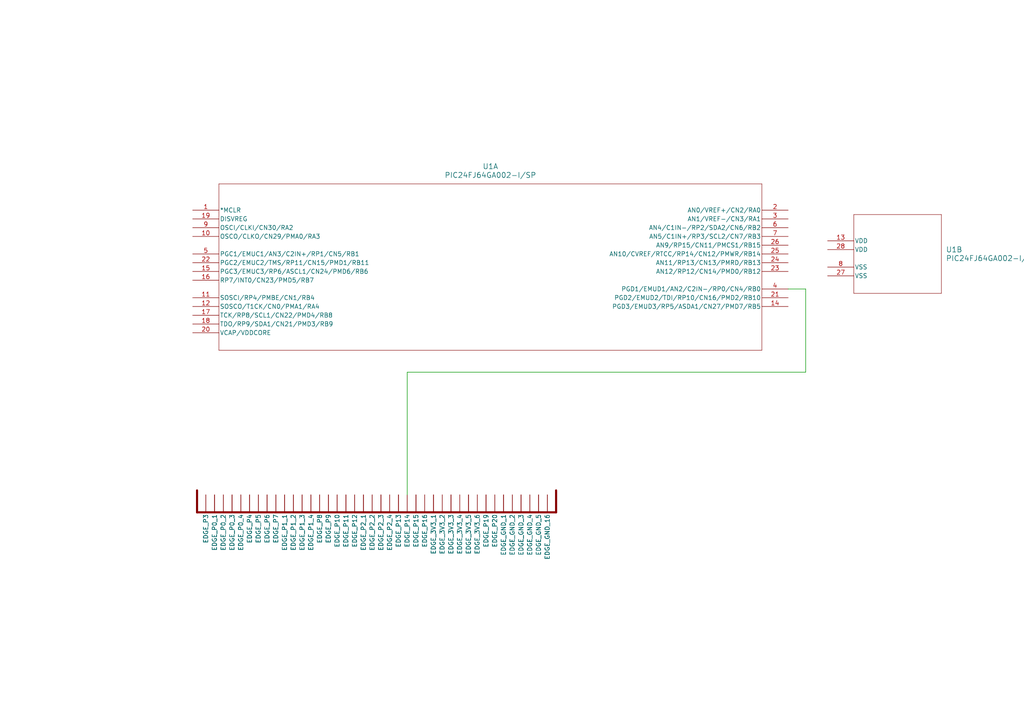
<source format=kicad_sch>
(kicad_sch (version 20230121) (generator eeschema)
  (paper "A4")
  (lib_symbols
    (symbol "Edge_Connector:BBC_EDGE"
      (symbol "BBC_EDGE_1_0"
        (polyline (pts (xy -50.8 -1.27) (xy 53.34 -1.27)) (stroke (width 0.6096)))
        (polyline (pts (xy -50.8 5.08) (xy -50.8 -1.27)) (stroke (width 0.6096)))
        (polyline (pts (xy 53.34 -1.27) (xy 53.34 5.08)) (stroke (width 0.6096)))
        (pin bidirectional line (at -48.26 3.81 270) (length 5.08) (name "EDGE_P3") (number "P$1"))
        (pin bidirectional line (at -25.4 3.81 270) (length 5.08) (name "EDGE_P1_1") (number "P$10"))
        (pin bidirectional line (at -22.86 3.81 270) (length 5.08) (name "EDGE_P1_2") (number "P$11"))
        (pin bidirectional line (at -20.32 3.81 270) (length 5.08) (name "EDGE_P1_3") (number "P$12"))
        (pin bidirectional line (at -17.78 3.81 270) (length 5.08) (name "EDGE_P1_4") (number "P$13"))
        (pin bidirectional line (at -15.24 3.81 270) (length 5.08) (name "EDGE_P8") (number "P$14"))
        (pin bidirectional line (at -12.7 3.81 270) (length 5.08) (name "EDGE_P9") (number "P$15"))
        (pin bidirectional line (at -10.16 3.81 270) (length 5.08) (name "EDGE_P10") (number "P$16"))
        (pin bidirectional line (at -7.62 3.81 270) (length 5.08) (name "EDGE_P11") (number "P$17"))
        (pin bidirectional line (at -5.08 3.81 270) (length 5.08) (name "EDGE_P12") (number "P$18"))
        (pin bidirectional line (at -2.54 3.81 270) (length 5.08) (name "EDGE_P2_1") (number "P$19"))
        (pin bidirectional line (at -45.72 3.81 270) (length 5.08) (name "EDGE_P0_1") (number "P$2"))
        (pin bidirectional line (at 0 3.81 270) (length 5.08) (name "EDGE_P2_2") (number "P$20"))
        (pin bidirectional line (at 2.54 3.81 270) (length 5.08) (name "EDGE_P2_3") (number "P$21"))
        (pin bidirectional line (at 5.08 3.81 270) (length 5.08) (name "EDGE_P2_4") (number "P$22"))
        (pin bidirectional line (at 7.62 3.81 270) (length 5.08) (name "EDGE_P13") (number "P$23"))
        (pin bidirectional line (at 10.16 3.81 270) (length 5.08) (name "EDGE_P14") (number "P$24"))
        (pin bidirectional line (at 12.7 3.81 270) (length 5.08) (name "EDGE_P15") (number "P$25"))
        (pin bidirectional line (at 15.24 3.81 270) (length 5.08) (name "EDGE_P16") (number "P$26"))
        (pin bidirectional line (at 17.78 3.81 270) (length 5.08) (name "EDGE_3V3_1") (number "P$27"))
        (pin bidirectional line (at 20.32 3.81 270) (length 5.08) (name "EDGE_3V3_2") (number "P$28"))
        (pin bidirectional line (at 22.86 3.81 270) (length 5.08) (name "EDGE_3V3_3") (number "P$29"))
        (pin bidirectional line (at -43.18 3.81 270) (length 5.08) (name "EDGE_P0_2") (number "P$3"))
        (pin bidirectional line (at 25.4 3.81 270) (length 5.08) (name "EDGE_3V3_4") (number "P$30"))
        (pin bidirectional line (at 27.94 3.81 270) (length 5.08) (name "EDGE_3V3_5") (number "P$31"))
        (pin bidirectional line (at 30.48 3.81 270) (length 5.08) (name "EDGE_3V3_6") (number "P$32"))
        (pin bidirectional line (at 33.02 3.81 270) (length 5.08) (name "EDGE_P19") (number "P$33"))
        (pin bidirectional line (at 35.56 3.81 270) (length 5.08) (name "EDGE_P20") (number "P$34"))
        (pin bidirectional line (at 38.1 3.81 270) (length 5.08) (name "EDGE_GND_1") (number "P$35"))
        (pin bidirectional line (at 40.64 3.81 270) (length 5.08) (name "EDGE_GND_2") (number "P$36"))
        (pin bidirectional line (at 43.18 3.81 270) (length 5.08) (name "EDGE_GND_3") (number "P$37"))
        (pin bidirectional line (at 45.72 3.81 270) (length 5.08) (name "EDGE_GND_4") (number "P$38"))
        (pin bidirectional line (at 48.26 3.81 270) (length 5.08) (name "EDGE_GND_5") (number "P$39"))
        (pin bidirectional line (at -40.64 3.81 270) (length 5.08) (name "EDGE_P0_3") (number "P$4"))
        (pin bidirectional line (at 50.8 3.81 270) (length 5.08) (name "EDGE_GND_16") (number "P$40"))
        (pin bidirectional line (at -48.26 3.81 270) (length 5.08) (name "EDGE_P3") (number "P$41"))
        (pin bidirectional line (at -45.72 3.81 270) (length 5.08) (name "EDGE_P0_1") (number "P$42"))
        (pin bidirectional line (at -43.18 3.81 270) (length 5.08) (name "EDGE_P0_2") (number "P$43"))
        (pin bidirectional line (at -40.64 3.81 270) (length 5.08) (name "EDGE_P0_3") (number "P$44"))
        (pin bidirectional line (at -38.1 3.81 270) (length 5.08) (name "EDGE_P0_4") (number "P$45"))
        (pin bidirectional line (at -35.56 3.81 270) (length 5.08) (name "EDGE_P4") (number "P$46"))
        (pin bidirectional line (at -33.02 3.81 270) (length 5.08) (name "EDGE_P5") (number "P$47"))
        (pin bidirectional line (at -30.48 3.81 270) (length 5.08) (name "EDGE_P6") (number "P$48"))
        (pin bidirectional line (at -27.94 3.81 270) (length 5.08) (name "EDGE_P7") (number "P$49"))
        (pin bidirectional line (at -38.1 3.81 270) (length 5.08) (name "EDGE_P0_4") (number "P$5"))
        (pin bidirectional line (at -25.4 3.81 270) (length 5.08) (name "EDGE_P1_1") (number "P$50"))
        (pin bidirectional line (at -22.86 3.81 270) (length 5.08) (name "EDGE_P1_2") (number "P$51"))
        (pin bidirectional line (at -20.32 3.81 270) (length 5.08) (name "EDGE_P1_3") (number "P$52"))
        (pin bidirectional line (at -17.78 3.81 270) (length 5.08) (name "EDGE_P1_4") (number "P$53"))
        (pin bidirectional line (at -15.24 3.81 270) (length 5.08) (name "EDGE_P8") (number "P$54"))
        (pin bidirectional line (at -12.7 3.81 270) (length 5.08) (name "EDGE_P9") (number "P$55"))
        (pin bidirectional line (at -10.16 3.81 270) (length 5.08) (name "EDGE_P10") (number "P$56"))
        (pin bidirectional line (at -7.62 3.81 270) (length 5.08) (name "EDGE_P11") (number "P$57"))
        (pin bidirectional line (at -5.08 3.81 270) (length 5.08) (name "EDGE_P12") (number "P$58"))
        (pin bidirectional line (at -2.54 3.81 270) (length 5.08) (name "EDGE_P2_1") (number "P$59"))
        (pin bidirectional line (at -35.56 3.81 270) (length 5.08) (name "EDGE_P4") (number "P$6"))
        (pin bidirectional line (at 0 3.81 270) (length 5.08) (name "EDGE_P2_2") (number "P$60"))
        (pin bidirectional line (at 2.54 3.81 270) (length 5.08) (name "EDGE_P2_3") (number "P$61"))
        (pin bidirectional line (at 5.08 3.81 270) (length 5.08) (name "EDGE_P2_4") (number "P$62"))
        (pin bidirectional line (at 7.62 3.81 270) (length 5.08) (name "EDGE_P13") (number "P$63"))
        (pin bidirectional line (at 10.16 3.81 270) (length 5.08) (name "EDGE_P14") (number "P$64"))
        (pin bidirectional line (at 12.7 3.81 270) (length 5.08) (name "EDGE_P15") (number "P$65"))
        (pin bidirectional line (at 15.24 3.81 270) (length 5.08) (name "EDGE_P16") (number "P$66"))
        (pin bidirectional line (at 17.78 3.81 270) (length 5.08) (name "EDGE_3V3_1") (number "P$67"))
        (pin bidirectional line (at 20.32 3.81 270) (length 5.08) (name "EDGE_3V3_2") (number "P$68"))
        (pin bidirectional line (at 22.86 3.81 270) (length 5.08) (name "EDGE_3V3_3") (number "P$69"))
        (pin bidirectional line (at -33.02 3.81 270) (length 5.08) (name "EDGE_P5") (number "P$7"))
        (pin bidirectional line (at 25.4 3.81 270) (length 5.08) (name "EDGE_3V3_4") (number "P$70"))
        (pin bidirectional line (at 27.94 3.81 270) (length 5.08) (name "EDGE_3V3_5") (number "P$71"))
        (pin bidirectional line (at 30.48 3.81 270) (length 5.08) (name "EDGE_3V3_6") (number "P$72"))
        (pin bidirectional line (at 33.02 3.81 270) (length 5.08) (name "EDGE_P19") (number "P$73"))
        (pin bidirectional line (at 35.56 3.81 270) (length 5.08) (name "EDGE_P20") (number "P$74"))
        (pin bidirectional line (at 38.1 3.81 270) (length 5.08) (name "EDGE_GND_1") (number "P$75"))
        (pin bidirectional line (at 40.64 3.81 270) (length 5.08) (name "EDGE_GND_2") (number "P$76"))
        (pin bidirectional line (at 43.18 3.81 270) (length 5.08) (name "EDGE_GND_3") (number "P$77"))
        (pin bidirectional line (at 45.72 3.81 270) (length 5.08) (name "EDGE_GND_4") (number "P$78"))
        (pin bidirectional line (at 48.26 3.81 270) (length 5.08) (name "EDGE_GND_5") (number "P$79"))
        (pin bidirectional line (at -30.48 3.81 270) (length 5.08) (name "EDGE_P6") (number "P$8"))
        (pin bidirectional line (at 50.8 3.81 270) (length 5.08) (name "EDGE_GND_16") (number "P$80"))
        (pin bidirectional line (at -27.94 3.81 270) (length 5.08) (name "EDGE_P7") (number "P$9"))
      )
    )
    (symbol "PIC24FJ64GA002:PIC24FJ64GA002-I_SP" (pin_names (offset 0.254))
      (property "Reference" "U" (at 86.36 12.7 0))
      (property "Value" "PIC24FJ64GA002-I/SP" (at 86.36 10.16 0))
      (symbol "PIC24FJ64GA002-I_SP_1_1"
        (polyline (pts (xy 7.62 -40.64) (xy 165.1 -40.64)) (stroke (width 0.127)))
        (polyline (pts (xy 7.62 7.62) (xy 7.62 -40.64)) (stroke (width 0.127)))
        (polyline (pts (xy 165.1 -40.64) (xy 165.1 7.62)) (stroke (width 0.127)))
        (polyline (pts (xy 165.1 7.62) (xy 7.62 7.62)) (stroke (width 0.127)))
        (pin unspecified line (at 0 0 0) (length 7.62) (name "*MCLR") (number "1"))
        (pin unspecified line (at 0 -7.62 0) (length 7.62) (name "OSCO/CLKO/CN29/PMA0/RA3") (number "10"))
        (pin unspecified line (at 0 -25.4 0) (length 7.62) (name "SOSCI/RP4/PMBE/CN1/RB4") (number "11"))
        (pin unspecified line (at 0 -27.94 0) (length 7.62) (name "SOSCO/T1CK/CN0/PMA1/RA4") (number "12"))
        (pin unspecified line (at 172.72 -27.94 180) (length 7.62) (name "PGD3/EMUD3/RP5/ASDA1/CN27/PMD7/RB5") (number "14"))
        (pin unspecified line (at 0 -17.78 0) (length 7.62) (name "PGC3/EMUC3/RP6/ASCL1/CN24/PMD6/RB6") (number "15"))
        (pin unspecified line (at 0 -20.32 0) (length 7.62) (name "RP7/INT0/CN23/PMD5/RB7") (number "16"))
        (pin unspecified line (at 0 -30.48 0) (length 7.62) (name "TCK/RP8/SCL1/CN22/PMD4/RB8") (number "17"))
        (pin unspecified line (at 0 -33.02 0) (length 7.62) (name "TDO/RP9/SDA1/CN21/PMD3/RB9") (number "18"))
        (pin unspecified line (at 0 -2.54 0) (length 7.62) (name "DISVREG") (number "19"))
        (pin unspecified line (at 172.72 0 180) (length 7.62) (name "AN0/VREF+/CN2/RA0") (number "2"))
        (pin unspecified line (at 0 -35.56 0) (length 7.62) (name "VCAP/VDDCORE") (number "20"))
        (pin unspecified line (at 172.72 -25.4 180) (length 7.62) (name "PGD2/EMUD2/TDI/RP10/CN16/PMD2/RB10") (number "21"))
        (pin unspecified line (at 0 -15.24 0) (length 7.62) (name "PGC2/EMUC2/TMS/RP11/CN15/PMD1/RB11") (number "22"))
        (pin unspecified line (at 172.72 -17.78 180) (length 7.62) (name "AN12/RP12/CN14/PMD0/RB12") (number "23"))
        (pin unspecified line (at 172.72 -15.24 180) (length 7.62) (name "AN11/RP13/CN13/PMRD/RB13") (number "24"))
        (pin unspecified line (at 172.72 -12.7 180) (length 7.62) (name "AN10/CVREF/RTCC/RP14/CN12/PMWR/RB14") (number "25"))
        (pin unspecified line (at 172.72 -10.16 180) (length 7.62) (name "AN9/RP15/CN11/PMCS1/RB15") (number "26"))
        (pin unspecified line (at 172.72 -2.54 180) (length 7.62) (name "AN1/VREF-/CN3/RA1") (number "3"))
        (pin unspecified line (at 172.72 -22.86 180) (length 7.62) (name "PGD1/EMUD1/AN2/C2IN-/RP0/CN4/RB0") (number "4"))
        (pin unspecified line (at 0 -12.7 0) (length 7.62) (name "PGC1/EMUC1/AN3/C2IN+/RP1/CN5/RB1") (number "5"))
        (pin unspecified line (at 172.72 -5.08 180) (length 7.62) (name "AN4/C1IN-/RP2/SDA2/CN6/RB2") (number "6"))
        (pin unspecified line (at 172.72 -7.62 180) (length 7.62) (name "AN5/C1IN+/RP3/SCL2/CN7/RB3") (number "7"))
        (pin unspecified line (at 0 -5.08 0) (length 7.62) (name "OSCI/CLKI/CN30/RA2") (number "9"))
      )
      (symbol "PIC24FJ64GA002-I_SP_2_1"
        (polyline (pts (xy 7.62 -15.24) (xy 33.02 -15.24)) (stroke (width 0.127)))
        (polyline (pts (xy 7.62 7.62) (xy 7.62 -15.24)) (stroke (width 0.127)))
        (polyline (pts (xy 33.02 -15.24) (xy 33.02 7.62)) (stroke (width 0.127)))
        (polyline (pts (xy 33.02 7.62) (xy 7.62 7.62)) (stroke (width 0.127)))
        (pin unspecified line (at 0 0 0) (length 7.62) (name "VDD") (number "13"))
        (pin unspecified line (at 0 -10.16 0) (length 7.62) (name "VSS") (number "27"))
        (pin unspecified line (at 0 -2.54 0) (length 7.62) (name "VDD") (number "28"))
        (pin unspecified line (at 0 -7.62 0) (length 7.62) (name "VSS") (number "8"))
      )
    )
  )
  (wire (pts (xy 118.11 107.95) (xy 118.11 143.51)))
  (wire (pts (xy 118.11 107.95) (xy 233.68 107.95)))
  (wire (pts (xy 233.68 107.95) (xy 233.68 83.82)))
  (wire (pts (xy 233.68 83.82) (xy 228.6 83.82)))
  (symbol (lib_id "PIC24FJ64GA002:PIC24FJ64GA002-I_SP") (at 55.88 60.96 0) (unit 1)
    (property "Reference" "U1" (at 142.24 48.26 0) (effects (font (size 1.524 1.524))))
    (property "Value" "PIC24FJ64GA002-I/SP" (at 142.24 50.8 0) (effects (font (size 1.524 1.524))))
    (property "Footprint" "SPDIP28_300MC_MCH" (effects hide))
    (property "Datasheet" "PIC24FJ64GA002-I/SP" (effects hide))
  )
  (symbol (lib_id "PIC24FJ64GA002:PIC24FJ64GA002-I_SP") (at 240.03 69.85 0) (unit 2)
    (property "Reference" "U1" (at 274.32 72.39 0) (effects (font (size 1.524 1.524)) (justify left)))
    (property "Value" "PIC24FJ64GA002-I/SP" (at 274.32 74.93 0) (effects (font (size 1.524 1.524)) (justify left)))
    (property "Footprint" "SPDIP28_300MC_MCH" (effects hide))
    (property "Datasheet" "PIC24FJ64GA002-I/SP" (effects hide))
  )
  (symbol (lib_id "Edge_Connector:BBC_EDGE") (at 107.95 147.32 0) (unit 1)
    (property "Reference" "1" (effects hide))
    (property "Footprint" "untitled:BBC_EDGE" (effects hide))
  )
)
</source>
